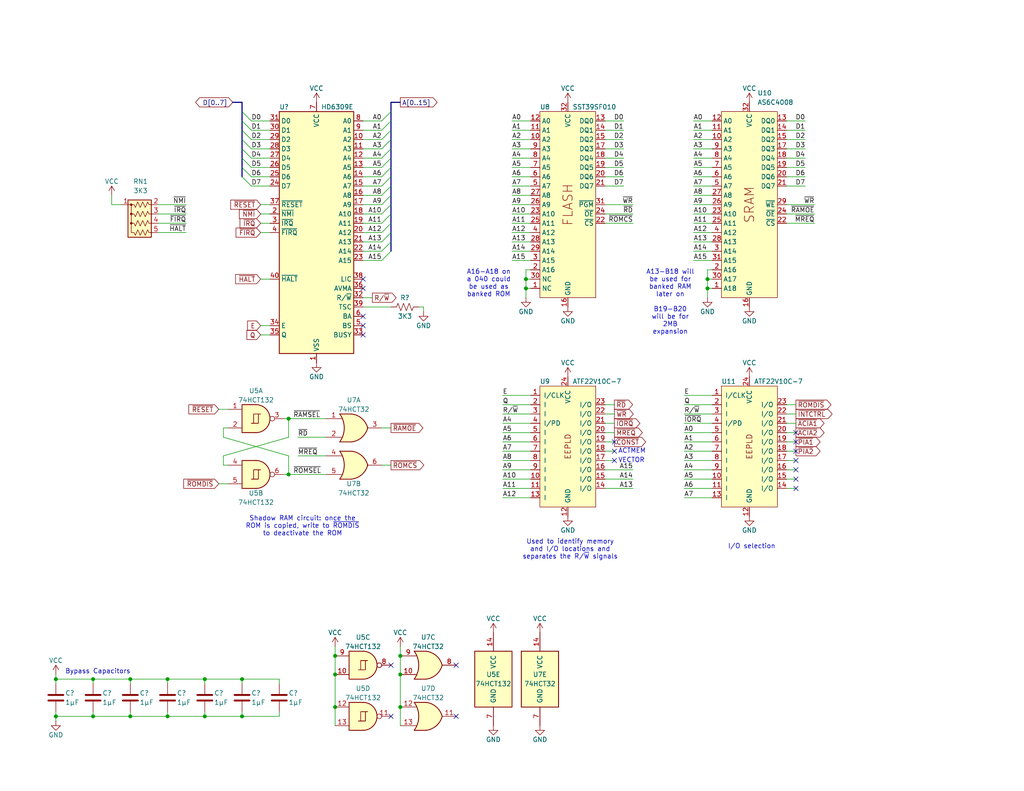
<source format=kicad_sch>
(kicad_sch (version 20230121) (generator eeschema)
  (paper "USLetter")
  (title_block (title "CPU, ROM and RAM") (date "2024-01-16") (rev "1.0") (company "Frédéric Segard") (comment 1 "MicroHobbyist") (comment 2 "microhobbyist.com"))
  (lib_symbols
    (symbol "0_Library:AS6C4008"
      (property "Reference" "U" (at -7.62 0.635 0))
      (property "Value" "AS6C4008" (at 1.27 0.635 0))
      (symbol "AS6C4008_0_0"
        (text "SRAM" (at 0 -25.4 900) (effects (font (size 2.54 2.54))))
        (pin power_in line (at 0 -53.34 90) (length 2.54) (name "GND") (number "16"))
        (pin power_in line (at 0 2.54 270) (length 2.54) (name "VCC") (number "32"))
      )
      (symbol "AS6C4008_1_1"
        (pin input line (at -10.16 -48.26 0) (length 2.54) (name "A18") (number "1"))
        (pin input line (at -10.16 -7.62 0) (length 2.54) (name "A2") (number "10"))
        (pin input line (at -10.16 -5.08 0) (length 2.54) (name "A1") (number "11"))
        (pin input line (at -10.16 -2.54 0) (length 2.54) (name "A0") (number "12"))
        (pin tri_state line (at 10.16 -2.54 180) (length 2.54) (name "DQ0") (number "13"))
        (pin tri_state line (at 10.16 -5.08 180) (length 2.54) (name "DQ1") (number "14"))
        (pin tri_state line (at 10.16 -7.62 180) (length 2.54) (name "DQ2") (number "15"))
        (pin tri_state line (at 10.16 -10.16 180) (length 2.54) (name "DQ3") (number "17"))
        (pin tri_state line (at 10.16 -12.7 180) (length 2.54) (name "DQ4") (number "18"))
        (pin tri_state line (at 10.16 -15.24 180) (length 2.54) (name "DQ5") (number "19"))
        (pin input line (at -10.16 -43.18 0) (length 2.54) (name "A16") (number "2"))
        (pin tri_state line (at 10.16 -17.78 180) (length 2.54) (name "DQ6") (number "20"))
        (pin tri_state line (at 10.16 -20.32 180) (length 2.54) (name "DQ7") (number "21"))
        (pin input line (at 10.16 -30.48 180) (length 2.54) (name "~{CS}") (number "22"))
        (pin input line (at -10.16 -27.94 0) (length 2.54) (name "A10") (number "23"))
        (pin input line (at 10.16 -27.94 180) (length 2.54) (name "~{OE}") (number "24"))
        (pin input line (at -10.16 -30.48 0) (length 2.54) (name "A11") (number "25"))
        (pin input line (at -10.16 -25.4 0) (length 2.54) (name "A9") (number "26"))
        (pin input line (at -10.16 -22.86 0) (length 2.54) (name "A8") (number "27"))
        (pin input line (at -10.16 -35.56 0) (length 2.54) (name "A13") (number "28"))
        (pin input line (at 10.16 -25.4 180) (length 2.54) (name "~{WE}") (number "29"))
        (pin input line (at -10.16 -38.1 0) (length 2.54) (name "A14") (number "3"))
        (pin input line (at -10.16 -45.72 0) (length 2.54) (name "A17") (number "30"))
        (pin input line (at -10.16 -40.64 0) (length 2.54) (name "A15") (number "31"))
        (pin input line (at -10.16 -33.02 0) (length 2.54) (name "A12") (number "4"))
        (pin input line (at -10.16 -20.32 0) (length 2.54) (name "A7") (number "5"))
        (pin input line (at -10.16 -17.78 0) (length 2.54) (name "A6") (number "6"))
        (pin input line (at -10.16 -15.24 0) (length 2.54) (name "A5") (number "7"))
        (pin input line (at -10.16 -12.7 0) (length 2.54) (name "A4") (number "8"))
        (pin input line (at -10.16 -10.16 0) (length 2.54) (name "A3") (number "9"))
      )
    )
    (symbol "0_Library:ATF22V10C" (pin_names (offset 1.016))
      (property "Reference" "U" (at -7.62 0 0))
      (property "Value" "ATF22V10C" (at 1.27 0 0))
      (symbol "ATF22V10C_0_0"
        (text "EEPLD" (at 0 -17.78 900) (effects (font (size 1.4986 1.4986))))
      )
      (symbol "ATF22V10C_1_1"
        (pin input line (at -10.16 -3.81 0) (length 2.54) (name "I/CLK") (number "1"))
        (pin input line (at -10.16 -26.67 0) (length 2.54) (name "I") (number "10"))
        (pin input line (at -10.16 -29.21 0) (length 2.54) (name "I") (number "11"))
        (pin power_in line (at 0 -36.83 90) (length 2.54) (name "GND") (number "12"))
        (pin input line (at -10.16 -31.75 0) (length 2.54) (name "I") (number "13"))
        (pin bidirectional line (at 10.16 -29.21 180) (length 2.54) (name "I/O") (number "14"))
        (pin bidirectional line (at 10.16 -26.67 180) (length 2.54) (name "I/O") (number "15"))
        (pin bidirectional line (at 10.16 -24.13 180) (length 2.54) (name "I/O") (number "16"))
        (pin bidirectional line (at 10.16 -21.59 180) (length 2.54) (name "I/O") (number "17"))
        (pin bidirectional line (at 10.16 -19.05 180) (length 2.54) (name "I/O") (number "18"))
        (pin bidirectional line (at 10.16 -16.51 180) (length 2.54) (name "I/O") (number "19"))
        (pin input line (at -10.16 -6.35 0) (length 2.54) (name "I") (number "2"))
        (pin bidirectional line (at 10.16 -13.97 180) (length 2.54) (name "I/O") (number "20"))
        (pin bidirectional line (at 10.16 -11.43 180) (length 2.54) (name "I/O") (number "21"))
        (pin bidirectional line (at 10.16 -8.89 180) (length 2.54) (name "I/O") (number "22"))
        (pin bidirectional line (at 10.16 -6.35 180) (length 2.54) (name "I/O") (number "23"))
        (pin power_in line (at 0 1.27 270) (length 2.54) (name "VCC") (number "24"))
        (pin input line (at -10.16 -8.89 0) (length 2.54) (name "I") (number "3"))
        (pin input line (at -10.16 -11.43 0) (length 2.54) (name "I/PD") (number "4"))
        (pin input line (at -10.16 -13.97 0) (length 2.54) (name "I") (number "5"))
        (pin input line (at -10.16 -16.51 0) (length 2.54) (name "I") (number "6"))
        (pin input line (at -10.16 -19.05 0) (length 2.54) (name "I") (number "7"))
        (pin input line (at -10.16 -21.59 0) (length 2.54) (name "I") (number "8"))
        (pin input line (at -10.16 -24.13 0) (length 2.54) (name "I") (number "9"))
      )
    )
    (symbol "0_Library:SST39SF010"
      (property "Reference" "U" (at -7.62 0 0))
      (property "Value" "SST39SF010" (at 1.27 0 0))
      (symbol "SST39SF010_0_0"
        (text "FLASH" (at 0 -25.4 900) (effects (font (size 2.54 2.54))))
        (pin power_in line (at 0 -53.34 90) (length 2.54) (name "GND") (number "16"))
        (pin power_in line (at 0 2.54 270) (length 2.54) (name "VCC") (number "32"))
      )
      (symbol "SST39SF010_1_1"
        (pin input line (at -10.16 -48.26 0) (length 2.54) (name "NC") (number "1"))
        (pin input line (at -10.16 -7.62 0) (length 2.54) (name "A2") (number "10"))
        (pin input line (at -10.16 -5.08 0) (length 2.54) (name "A1") (number "11"))
        (pin input line (at -10.16 -2.54 0) (length 2.54) (name "A0") (number "12"))
        (pin tri_state line (at 10.16 -2.54 180) (length 2.54) (name "DQ0") (number "13"))
        (pin tri_state line (at 10.16 -5.08 180) (length 2.54) (name "DQ1") (number "14"))
        (pin tri_state line (at 10.16 -7.62 180) (length 2.54) (name "DQ2") (number "15"))
        (pin tri_state line (at 10.16 -10.16 180) (length 2.54) (name "DQ3") (number "17"))
        (pin tri_state line (at 10.16 -12.7 180) (length 2.54) (name "DQ4") (number "18"))
        (pin tri_state line (at 10.16 -15.24 180) (length 2.54) (name "DQ5") (number "19"))
        (pin input line (at -10.16 -43.18 0) (length 2.54) (name "A16") (number "2"))
        (pin tri_state line (at 10.16 -17.78 180) (length 2.54) (name "DQ6") (number "20"))
        (pin tri_state line (at 10.16 -20.32 180) (length 2.54) (name "DQ7") (number "21"))
        (pin input line (at 10.16 -30.48 180) (length 2.54) (name "~{CS}") (number "22"))
        (pin input line (at -10.16 -27.94 0) (length 2.54) (name "A10") (number "23"))
        (pin input line (at 10.16 -27.94 180) (length 2.54) (name "~{OE}") (number "24"))
        (pin input line (at -10.16 -30.48 0) (length 2.54) (name "A11") (number "25"))
        (pin input line (at -10.16 -25.4 0) (length 2.54) (name "A9") (number "26"))
        (pin input line (at -10.16 -22.86 0) (length 2.54) (name "A8") (number "27"))
        (pin input line (at -10.16 -35.56 0) (length 2.54) (name "A13") (number "28"))
        (pin input line (at -10.16 -38.1 0) (length 2.54) (name "A14") (number "29"))
        (pin input line (at -10.16 -40.64 0) (length 2.54) (name "A15") (number "3"))
        (pin input line (at -10.16 -45.72 0) (length 2.54) (name "NC") (number "30"))
        (pin input line (at 10.16 -25.4 180) (length 2.54) (name "~{PGM}") (number "31"))
        (pin input line (at -10.16 -33.02 0) (length 2.54) (name "A12") (number "4"))
        (pin input line (at -10.16 -20.32 0) (length 2.54) (name "A7") (number "5"))
        (pin input line (at -10.16 -17.78 0) (length 2.54) (name "A6") (number "6"))
        (pin input line (at -10.16 -15.24 0) (length 2.54) (name "A5") (number "7"))
        (pin input line (at -10.16 -12.7 0) (length 2.54) (name "A4") (number "8"))
        (pin input line (at -10.16 -10.16 0) (length 2.54) (name "A3") (number "9"))
      )
    )
    (symbol "74xx:74LS132" (pin_names (offset 1.016))
      (property "Reference" "U" (at 0 1.27 0))
      (property "Value" "74LS132" (at 0 -1.27 0))
      (symbol "74LS132_1_1"
        (pin input line (at -7.62 2.54 0) (length 3.81) (name "~") (number "1"))
        (pin input line (at -7.62 -2.54 0) (length 3.81) (name "~") (number "2"))
        (pin output inverted (at 7.62 0 180) (length 3.81) (name "~") (number "3"))
      )
      (symbol "74LS132_1_2"
        (pin input inverted (at -7.62 2.54 0) (length 4.318) (name "~") (number "1"))
        (pin input inverted (at -7.62 -2.54 0) (length 4.318) (name "~") (number "2"))
        (pin output line (at 7.62 0 180) (length 3.81) (name "~") (number "3"))
      )
      (symbol "74LS132_2_1"
        (pin input line (at -7.62 2.54 0) (length 3.81) (name "~") (number "4"))
        (pin input line (at -7.62 -2.54 0) (length 3.81) (name "~") (number "5"))
        (pin output inverted (at 7.62 0 180) (length 3.81) (name "~") (number "6"))
      )
      (symbol "74LS132_2_2"
        (pin input inverted (at -7.62 2.54 0) (length 4.318) (name "~") (number "4"))
        (pin input inverted (at -7.62 -2.54 0) (length 4.318) (name "~") (number "5"))
        (pin output line (at 7.62 0 180) (length 3.81) (name "~") (number "6"))
      )
      (symbol "74LS132_3_1"
        (pin input line (at -7.62 -2.54 0) (length 3.81) (name "~") (number "10"))
        (pin output inverted (at 7.62 0 180) (length 3.81) (name "~") (number "8"))
        (pin input line (at -7.62 2.54 0) (length 3.81) (name "~") (number "9"))
      )
      (symbol "74LS132_3_2"
        (pin input inverted (at -7.62 -2.54 0) (length 4.318) (name "~") (number "10"))
        (pin output line (at 7.62 0 180) (length 3.81) (name "~") (number "8"))
        (pin input inverted (at -7.62 2.54 0) (length 4.318) (name "~") (number "9"))
      )
      (symbol "74LS132_4_1"
        (pin output inverted (at 7.62 0 180) (length 3.81) (name "~") (number "11"))
        (pin input line (at -7.62 2.54 0) (length 3.81) (name "~") (number "12"))
        (pin input line (at -7.62 -2.54 0) (length 3.81) (name "~") (number "13"))
      )
      (symbol "74LS132_4_2"
        (pin output line (at 7.62 0 180) (length 3.81) (name "~") (number "11"))
        (pin input inverted (at -7.62 2.54 0) (length 4.318) (name "~") (number "12"))
        (pin input inverted (at -7.62 -2.54 0) (length 4.318) (name "~") (number "13"))
      )
      (symbol "74LS132_5_0"
        (pin power_in line (at 0 12.7 270) (length 5.08) (name "VCC") (number "14"))
        (pin power_in line (at 0 -12.7 90) (length 5.08) (name "GND") (number "7"))
      )
    )
    (symbol "74xx:74LS32" (pin_names (offset 1.016))
      (property "Reference" "U" (at 0 1.27 0))
      (property "Value" "74LS32" (at 0 -1.27 0))
      (symbol "74LS32_1_1"
        (pin input line (at -7.62 2.54 0) (length 4.318) (name "~") (number "1"))
        (pin input line (at -7.62 -2.54 0) (length 4.318) (name "~") (number "2"))
        (pin output line (at 7.62 0 180) (length 3.81) (name "~") (number "3"))
      )
      (symbol "74LS32_1_2"
        (pin input inverted (at -7.62 2.54 0) (length 3.81) (name "~") (number "1"))
        (pin input inverted (at -7.62 -2.54 0) (length 3.81) (name "~") (number "2"))
        (pin output inverted (at 7.62 0 180) (length 3.81) (name "~") (number "3"))
      )
      (symbol "74LS32_2_1"
        (pin input line (at -7.62 2.54 0) (length 4.318) (name "~") (number "4"))
        (pin input line (at -7.62 -2.54 0) (length 4.318) (name "~") (number "5"))
        (pin output line (at 7.62 0 180) (length 3.81) (name "~") (number "6"))
      )
      (symbol "74LS32_2_2"
        (pin input inverted (at -7.62 2.54 0) (length 3.81) (name "~") (number "4"))
        (pin input inverted (at -7.62 -2.54 0) (length 3.81) (name "~") (number "5"))
        (pin output inverted (at 7.62 0 180) (length 3.81) (name "~") (number "6"))
      )
      (symbol "74LS32_3_1"
        (pin input line (at -7.62 -2.54 0) (length 4.318) (name "~") (number "10"))
        (pin output line (at 7.62 0 180) (length 3.81) (name "~") (number "8"))
        (pin input line (at -7.62 2.54 0) (length 4.318) (name "~") (number "9"))
      )
      (symbol "74LS32_3_2"
        (pin input inverted (at -7.62 -2.54 0) (length 3.81) (name "~") (number "10"))
        (pin output inverted (at 7.62 0 180) (length 3.81) (name "~") (number "8"))
        (pin input inverted (at -7.62 2.54 0) (length 3.81) (name "~") (number "9"))
      )
      (symbol "74LS32_4_1"
        (pin output line (at 7.62 0 180) (length 3.81) (name "~") (number "11"))
        (pin input line (at -7.62 2.54 0) (length 4.318) (name "~") (number "12"))
        (pin input line (at -7.62 -2.54 0) (length 4.318) (name "~") (number "13"))
      )
      (symbol "74LS32_4_2"
        (pin output inverted (at 7.62 0 180) (length 3.81) (name "~") (number "11"))
        (pin input inverted (at -7.62 2.54 0) (length 3.81) (name "~") (number "12"))
        (pin input inverted (at -7.62 -2.54 0) (length 3.81) (name "~") (number "13"))
      )
      (symbol "74LS32_5_0"
        (pin power_in line (at 0 12.7 270) (length 5.08) (name "VCC") (number "14"))
        (pin power_in line (at 0 -12.7 90) (length 5.08) (name "GND") (number "7"))
      )
    )
    (symbol "CPU_NXP_6800:MC6809E"
      (property "Reference" "U" (at -7.62 34.544 0))
      (property "Value" "MC6809E" (at 10.16 34.544 0))
      (symbol "MC6809E_1_1"
        (pin power_in line (at 0 -35.56 90) (length 2.54) (name "VSS") (number "1"))
        (pin output line (at 12.7 25.4 180) (length 2.54) (name "A2") (number "10"))
        (pin output line (at 12.7 22.86 180) (length 2.54) (name "A3") (number "11"))
        (pin output line (at 12.7 20.32 180) (length 2.54) (name "A4") (number "12"))
        (pin output line (at 12.7 17.78 180) (length 2.54) (name "A5") (number "13"))
        (pin output line (at 12.7 15.24 180) (length 2.54) (name "A6") (number "14"))
        (pin output line (at 12.7 12.7 180) (length 2.54) (name "A7") (number "15"))
        (pin output line (at 12.7 10.16 180) (length 2.54) (name "A8") (number "16"))
        (pin output line (at 12.7 7.62 180) (length 2.54) (name "A9") (number "17"))
        (pin output line (at 12.7 5.08 180) (length 2.54) (name "A10") (number "18"))
        (pin output line (at 12.7 2.54 180) (length 2.54) (name "A11") (number "19"))
        (pin input line (at -12.7 5.08 0) (length 2.54) (name "~{NMI}") (number "2"))
        (pin output line (at 12.7 0 180) (length 2.54) (name "A12") (number "20"))
        (pin output line (at 12.7 -2.54 180) (length 2.54) (name "A13") (number "21"))
        (pin output line (at 12.7 -5.08 180) (length 2.54) (name "A14") (number "22"))
        (pin output line (at 12.7 -7.62 180) (length 2.54) (name "A15") (number "23"))
        (pin bidirectional line (at -12.7 12.7 0) (length 2.54) (name "D7") (number "24"))
        (pin bidirectional line (at -12.7 15.24 0) (length 2.54) (name "D6") (number "25"))
        (pin bidirectional line (at -12.7 17.78 0) (length 2.54) (name "D5") (number "26"))
        (pin bidirectional line (at -12.7 20.32 0) (length 2.54) (name "D4") (number "27"))
        (pin bidirectional line (at -12.7 22.86 0) (length 2.54) (name "D3") (number "28"))
        (pin bidirectional line (at -12.7 25.4 0) (length 2.54) (name "D2") (number "29"))
        (pin input line (at -12.7 2.54 0) (length 2.54) (name "~{IRQ}") (number "3"))
        (pin bidirectional line (at -12.7 27.94 0) (length 2.54) (name "D1") (number "30"))
        (pin bidirectional line (at -12.7 30.48 0) (length 2.54) (name "D0") (number "31"))
        (pin output line (at 12.7 -17.78 180) (length 2.54) (name "R/~{W}") (number "32"))
        (pin output line (at 12.7 -27.94 180) (length 2.54) (name "BUSY") (number "33"))
        (pin input line (at -12.7 -25.4 0) (length 2.54) (name "E") (number "34"))
        (pin input line (at -12.7 -27.94 0) (length 2.54) (name "Q") (number "35"))
        (pin output line (at 12.7 -15.24 180) (length 2.54) (name "AVMA") (number "36"))
        (pin input line (at -12.7 7.62 0) (length 2.54) (name "~{RESET}") (number "37"))
        (pin output line (at 12.7 -12.7 180) (length 2.54) (name "LIC") (number "38"))
        (pin output line (at 12.7 -20.32 180) (length 2.54) (name "TSC") (number "39"))
        (pin input line (at -12.7 0 0) (length 2.54) (name "~{FIRQ}") (number "4"))
        (pin input line (at -12.7 -12.7 0) (length 2.54) (name "~{HALT}") (number "40"))
        (pin output line (at 12.7 -25.4 180) (length 2.54) (name "BS") (number "5"))
        (pin output line (at 12.7 -22.86 180) (length 2.54) (name "BA") (number "6"))
        (pin power_in line (at 0 35.56 270) (length 2.54) (name "VCC") (number "7"))
        (pin output line (at 12.7 30.48 180) (length 2.54) (name "A0") (number "8"))
        (pin output line (at 12.7 27.94 180) (length 2.54) (name "A1") (number "9"))
      )
    )
    (symbol "Device:C" (pin_numbers hide) (pin_names (offset 0.254))
      (property "Reference" "C" (at 0.635 2.54 0))
      (property "Value" "C" (at 0.635 -2.54 0))
      (symbol "C_1_1"
        (pin passive line (at 0 3.81 270) (length 2.794) (name "~") (number "1"))
        (pin passive line (at 0 -3.81 90) (length 2.794) (name "~") (number "2"))
      )
    )
    (symbol "Device:R_Network04_US" (pin_names (offset 0) hide)
      (property "Reference" "RN" (at -7.62 0 90))
      (property "Value" "R_Network04_US" (at 5.08 0 90))
      (symbol "R_Network04_US_1_1"
        (pin passive line (at -5.08 5.08 270) (length 2.54) (name "common") (number "1"))
        (pin passive line (at -5.08 -5.08 90) (length 1.27) (name "R1") (number "2"))
        (pin passive line (at -2.54 -5.08 90) (length 1.27) (name "R2") (number "3"))
        (pin passive line (at 0 -5.08 90) (length 1.27) (name "R3") (number "4"))
        (pin passive line (at 2.54 -5.08 90) (length 1.27) (name "R4") (number "5"))
      )
    )
    (symbol "Device:R_US" (pin_numbers hide) (pin_names (offset 0))
      (property "Reference" "R" (at 2.54 0 90))
      (property "Value" "R_US" (at -2.54 0 90))
      (symbol "R_US_1_1"
        (pin passive line (at 0 3.81 270) (length 1.27) (name "~") (number "1"))
        (pin passive line (at 0 -3.81 90) (length 1.27) (name "~") (number "2"))
      )
    )
    (symbol "power:GND" (power) (pin_names (offset 0))
      (property "Value" "GND" (at 0 -3.81 0))
      (symbol "GND_1_1"
        (pin power_in line (at 0 0 270) (length 0) hide (name "GND") (number "1"))
      )
    )
    (symbol "power:VCC" (power) (pin_names (offset 0))
      (property "Value" "VCC" (at 0 3.81 0))
      (symbol "VCC_1_1"
        (pin power_in line (at 0 0 90) (length 0) hide (name "VCC") (number "1"))
      )
    )
  )
  (junction (at 143.51 78.74))
  (junction (at 15.24 195.58))
  (junction (at 25.4 195.58))
  (junction (at 109.22 179.07))
  (junction (at 78.74 114.3))
  (junction (at 193.04 76.2))
  (junction (at 78.74 129.54))
  (junction (at 91.44 179.07))
  (junction (at 45.72 195.58))
  (junction (at 193.04 78.74))
  (junction (at 25.4 185.42))
  (junction (at 143.51 76.2))
  (junction (at 35.56 195.58))
  (junction (at 91.44 193.04))
  (junction (at 55.88 185.42))
  (junction (at 45.72 185.42))
  (junction (at 66.04 195.58))
  (junction (at 66.04 185.42))
  (junction (at 15.24 185.42))
  (junction (at 91.44 184.15))
  (junction (at 35.56 185.42))
  (junction (at 109.22 184.15))
  (junction (at 109.22 193.04))
  (junction (at 55.88 195.58))
  (no_connect (at 167.64 125.73))
  (no_connect (at 124.46 195.58))
  (no_connect (at 167.64 123.19))
  (no_connect (at 99.06 88.9))
  (no_connect (at 99.06 86.36))
  (no_connect (at 217.17 120.65))
  (no_connect (at 217.17 123.19))
  (no_connect (at 99.06 76.2))
  (no_connect (at 106.68 181.61))
  (no_connect (at 217.17 125.73))
  (no_connect (at 99.06 78.74))
  (no_connect (at 167.64 120.65))
  (no_connect (at 124.46 181.61))
  (no_connect (at 99.06 91.44))
  (no_connect (at 217.17 133.35))
  (no_connect (at 106.68 195.58))
  (no_connect (at 217.17 118.11))
  (no_connect (at 217.17 130.81))
  (no_connect (at 217.17 128.27))
  (bus_entry (at 106.68 40.64) (size -2.54 2.54))
  (bus_entry (at 106.68 55.88) (size -2.54 2.54))
  (bus_entry (at 66.04 35.56) (size 2.54 2.54))
  (bus_entry (at 106.68 68.58) (size -2.54 2.54))
  (bus_entry (at 66.04 43.18) (size 2.54 2.54))
  (bus_entry (at 106.68 43.18) (size -2.54 2.54))
  (bus_entry (at 106.68 45.72) (size -2.54 2.54))
  (bus_entry (at 106.68 38.1) (size -2.54 2.54))
  (bus_entry (at 66.04 30.48) (size 2.54 2.54))
  (bus_entry (at 106.68 58.42) (size -2.54 2.54))
  (bus_entry (at 106.68 33.02) (size -2.54 2.54))
  (bus_entry (at 106.68 53.34) (size -2.54 2.54))
  (bus_entry (at 106.68 60.96) (size -2.54 2.54))
  (bus_entry (at 106.68 30.48) (size -2.54 2.54))
  (bus_entry (at 66.04 38.1) (size 2.54 2.54))
  (bus_entry (at 106.68 63.5) (size -2.54 2.54))
  (bus_entry (at 66.04 40.64) (size 2.54 2.54))
  (bus_entry (at 106.68 48.26) (size -2.54 2.54))
  (bus_entry (at 66.04 48.26) (size 2.54 2.54))
  (bus_entry (at 106.68 66.04) (size -2.54 2.54))
  (bus_entry (at 66.04 33.02) (size 2.54 2.54))
  (bus_entry (at 106.68 35.56) (size -2.54 2.54))
  (bus_entry (at 106.68 50.8) (size -2.54 2.54))
  (bus_entry (at 66.04 45.72) (size 2.54 2.54))
  (wire (pts (xy 219.71 50.8) (xy 214.63 50.8)))
  (wire (pts (xy 186.69 113.03) (xy 194.31 113.03)))
  (wire (pts (xy 194.31 40.64) (xy 189.23 40.64)))
  (wire (pts (xy 137.16 113.03) (xy 144.78 113.03)))
  (wire (pts (xy 78.74 114.3) (xy 78.74 119.38)))
  (wire (pts (xy 194.31 50.8) (xy 189.23 50.8)))
  (wire (pts (xy 60.96 116.84) (xy 60.96 119.38)))
  (wire (pts (xy 214.63 55.88) (xy 222.25 55.88)))
  (wire (pts (xy 219.71 45.72) (xy 214.63 45.72)))
  (bus (pts (xy 106.68 48.26) (xy 106.68 45.72)))
  (wire (pts (xy 68.58 33.02) (xy 73.66 33.02)))
  (wire (pts (xy 91.44 179.07) (xy 91.44 184.15)))
  (wire (pts (xy 193.04 78.74) (xy 194.31 78.74)))
  (wire (pts (xy 106.68 83.82) (xy 99.06 83.82)))
  (wire (pts (xy 68.58 48.26) (xy 73.66 48.26)))
  (wire (pts (xy 115.57 83.82) (xy 114.3 83.82)))
  (wire (pts (xy 143.51 78.74) (xy 144.78 78.74)))
  (wire (pts (xy 55.88 194.31) (xy 55.88 195.58)))
  (wire (pts (xy 78.74 124.46) (xy 78.74 129.54)))
  (wire (pts (xy 144.78 45.72) (xy 139.7 45.72)))
  (wire (pts (xy 60.96 124.46) (xy 60.96 127)))
  (wire (pts (xy 214.63 60.96) (xy 222.25 60.96)))
  (wire (pts (xy 43.18 58.42) (xy 50.8 58.42)))
  (wire (pts (xy 43.18 55.88) (xy 50.8 55.88)))
  (wire (pts (xy 68.58 50.8) (xy 73.66 50.8)))
  (wire (pts (xy 214.63 118.11) (xy 217.17 118.11)))
  (wire (pts (xy 170.18 38.1) (xy 165.1 38.1)))
  (wire (pts (xy 99.06 58.42) (xy 104.14 58.42)))
  (wire (pts (xy 91.44 193.04) (xy 91.44 198.12)))
  (wire (pts (xy 71.12 76.2) (xy 73.66 76.2)))
  (wire (pts (xy 143.51 76.2) (xy 144.78 76.2)))
  (wire (pts (xy 219.71 33.02) (xy 214.63 33.02)))
  (wire (pts (xy 99.06 35.56) (xy 104.14 35.56)))
  (wire (pts (xy 99.06 81.28) (xy 101.6 81.28)))
  (wire (pts (xy 43.18 60.96) (xy 50.8 60.96)))
  (wire (pts (xy 99.06 63.5) (xy 104.14 63.5)))
  (wire (pts (xy 99.06 45.72) (xy 104.14 45.72)))
  (wire (pts (xy 165.1 130.81) (xy 172.72 130.81)))
  (wire (pts (xy 165.1 113.03) (xy 167.64 113.03)))
  (wire (pts (xy 109.22 193.04) (xy 109.22 198.12)))
  (wire (pts (xy 99.06 68.58) (xy 104.14 68.58)))
  (wire (pts (xy 214.63 128.27) (xy 217.17 128.27)))
  (wire (pts (xy 99.06 53.34) (xy 104.14 53.34)))
  (wire (pts (xy 59.69 132.08) (xy 62.23 132.08)))
  (bus (pts (xy 66.04 30.48) (xy 66.04 27.94)))
  (wire (pts (xy 189.23 71.12) (xy 194.31 71.12)))
  (wire (pts (xy 144.78 55.88) (xy 139.7 55.88)))
  (wire (pts (xy 193.04 76.2) (xy 193.04 78.74)))
  (wire (pts (xy 15.24 195.58) (xy 25.4 195.58)))
  (bus (pts (xy 106.68 43.18) (xy 106.68 40.64)))
  (wire (pts (xy 99.06 38.1) (xy 104.14 38.1)))
  (bus (pts (xy 63.5 27.94) (xy 66.04 27.94)))
  (wire (pts (xy 186.69 130.81) (xy 194.31 130.81)))
  (wire (pts (xy 71.12 91.44) (xy 73.66 91.44)))
  (wire (pts (xy 137.16 130.81) (xy 144.78 130.81)))
  (wire (pts (xy 144.78 50.8) (xy 139.7 50.8)))
  (bus (pts (xy 106.68 50.8) (xy 106.68 48.26)))
  (bus (pts (xy 106.68 63.5) (xy 106.68 60.96)))
  (wire (pts (xy 170.18 45.72) (xy 165.1 45.72)))
  (wire (pts (xy 143.51 78.74) (xy 143.51 81.28)))
  (wire (pts (xy 137.16 110.49) (xy 144.78 110.49)))
  (wire (pts (xy 99.06 66.04) (xy 104.14 66.04)))
  (bus (pts (xy 106.68 60.96) (xy 106.68 58.42)))
  (wire (pts (xy 55.88 185.42) (xy 55.88 186.69)))
  (wire (pts (xy 66.04 194.31) (xy 66.04 195.58)))
  (wire (pts (xy 109.22 176.53) (xy 109.22 179.07)))
  (wire (pts (xy 77.47 129.54) (xy 78.74 129.54)))
  (wire (pts (xy 35.56 185.42) (xy 45.72 185.42)))
  (bus (pts (xy 106.68 66.04) (xy 106.68 63.5)))
  (wire (pts (xy 91.44 184.15) (xy 91.44 193.04)))
  (wire (pts (xy 214.63 133.35) (xy 217.17 133.35)))
  (wire (pts (xy 144.78 35.56) (xy 139.7 35.56)))
  (wire (pts (xy 194.31 55.88) (xy 189.23 55.88)))
  (wire (pts (xy 144.78 58.42) (xy 139.7 58.42)))
  (wire (pts (xy 137.16 107.95) (xy 144.78 107.95)))
  (wire (pts (xy 194.31 60.96) (xy 189.23 60.96)))
  (wire (pts (xy 15.24 195.58) (xy 15.24 196.85)))
  (wire (pts (xy 144.78 33.02) (xy 139.7 33.02)))
  (wire (pts (xy 68.58 35.56) (xy 73.66 35.56)))
  (wire (pts (xy 186.69 120.65) (xy 194.31 120.65)))
  (wire (pts (xy 193.04 78.74) (xy 193.04 81.28)))
  (wire (pts (xy 194.31 33.02) (xy 189.23 33.02)))
  (wire (pts (xy 186.69 125.73) (xy 194.31 125.73)))
  (wire (pts (xy 219.71 43.18) (xy 214.63 43.18)))
  (wire (pts (xy 186.69 107.95) (xy 194.31 107.95)))
  (bus (pts (xy 106.68 33.02) (xy 106.68 30.48)))
  (wire (pts (xy 214.63 120.65) (xy 217.17 120.65)))
  (wire (pts (xy 68.58 45.72) (xy 73.66 45.72)))
  (wire (pts (xy 194.31 66.04) (xy 189.23 66.04)))
  (bus (pts (xy 66.04 48.26) (xy 66.04 45.72)))
  (wire (pts (xy 104.14 127) (xy 106.68 127)))
  (wire (pts (xy 186.69 110.49) (xy 194.31 110.49)))
  (wire (pts (xy 194.31 73.66) (xy 193.04 73.66)))
  (wire (pts (xy 143.51 76.2) (xy 143.51 78.74)))
  (wire (pts (xy 165.1 120.65) (xy 167.64 120.65)))
  (wire (pts (xy 55.88 195.58) (xy 66.04 195.58)))
  (wire (pts (xy 144.78 53.34) (xy 139.7 53.34)))
  (wire (pts (xy 193.04 76.2) (xy 194.31 76.2)))
  (wire (pts (xy 109.22 184.15) (xy 109.22 193.04)))
  (wire (pts (xy 170.18 50.8) (xy 165.1 50.8)))
  (wire (pts (xy 45.72 194.31) (xy 45.72 195.58)))
  (wire (pts (xy 194.31 35.56) (xy 189.23 35.56)))
  (wire (pts (xy 137.16 125.73) (xy 144.78 125.73)))
  (wire (pts (xy 194.31 38.1) (xy 189.23 38.1)))
  (wire (pts (xy 186.69 128.27) (xy 194.31 128.27)))
  (wire (pts (xy 219.71 40.64) (xy 214.63 40.64)))
  (wire (pts (xy 71.12 55.88) (xy 73.66 55.88)))
  (wire (pts (xy 104.14 116.84) (xy 106.68 116.84)))
  (wire (pts (xy 35.56 194.31) (xy 35.56 195.58)))
  (wire (pts (xy 144.78 68.58) (xy 139.7 68.58)))
  (wire (pts (xy 81.28 119.38) (xy 88.9 119.38)))
  (wire (pts (xy 186.69 115.57) (xy 194.31 115.57)))
  (wire (pts (xy 214.63 115.57) (xy 217.17 115.57)))
  (wire (pts (xy 214.63 123.19) (xy 217.17 123.19)))
  (wire (pts (xy 78.74 119.38) (xy 60.96 124.46)))
  (wire (pts (xy 165.1 55.88) (xy 172.72 55.88)))
  (wire (pts (xy 35.56 195.58) (xy 45.72 195.58)))
  (wire (pts (xy 144.78 48.26) (xy 139.7 48.26)))
  (bus (pts (xy 66.04 45.72) (xy 66.04 43.18)))
  (wire (pts (xy 165.1 125.73) (xy 167.64 125.73)))
  (wire (pts (xy 170.18 33.02) (xy 165.1 33.02)))
  (wire (pts (xy 55.88 185.42) (xy 66.04 185.42)))
  (wire (pts (xy 59.69 111.76) (xy 62.23 111.76)))
  (wire (pts (xy 115.57 85.09) (xy 115.57 83.82)))
  (bus (pts (xy 106.68 40.64) (xy 106.68 38.1)))
  (wire (pts (xy 137.16 128.27) (xy 144.78 128.27)))
  (bus (pts (xy 106.68 27.94) (xy 109.22 27.94)))
  (wire (pts (xy 194.31 48.26) (xy 189.23 48.26)))
  (wire (pts (xy 144.78 66.04) (xy 139.7 66.04)))
  (wire (pts (xy 165.1 128.27) (xy 172.72 128.27)))
  (wire (pts (xy 68.58 43.18) (xy 73.66 43.18)))
  (wire (pts (xy 71.12 88.9) (xy 73.66 88.9)))
  (wire (pts (xy 144.78 43.18) (xy 139.7 43.18)))
  (wire (pts (xy 25.4 194.31) (xy 25.4 195.58)))
  (wire (pts (xy 194.31 68.58) (xy 189.23 68.58)))
  (wire (pts (xy 99.06 71.12) (xy 104.14 71.12)))
  (wire (pts (xy 165.1 115.57) (xy 167.64 115.57)))
  (wire (pts (xy 71.12 63.5) (xy 73.66 63.5)))
  (wire (pts (xy 186.69 135.89) (xy 194.31 135.89)))
  (bus (pts (xy 66.04 43.18) (xy 66.04 40.64)))
  (wire (pts (xy 45.72 185.42) (xy 45.72 186.69)))
  (wire (pts (xy 66.04 195.58) (xy 76.2 195.58)))
  (wire (pts (xy 15.24 184.15) (xy 15.24 185.42)))
  (wire (pts (xy 165.1 110.49) (xy 167.64 110.49)))
  (wire (pts (xy 66.04 185.42) (xy 76.2 185.42)))
  (wire (pts (xy 186.69 123.19) (xy 194.31 123.19)))
  (wire (pts (xy 137.16 123.19) (xy 144.78 123.19)))
  (wire (pts (xy 99.06 50.8) (xy 104.14 50.8)))
  (bus (pts (xy 106.68 35.56) (xy 106.68 33.02)))
  (wire (pts (xy 172.72 133.35) (xy 165.1 133.35)))
  (wire (pts (xy 170.18 40.64) (xy 165.1 40.64)))
  (wire (pts (xy 77.47 114.3) (xy 78.74 114.3)))
  (wire (pts (xy 143.51 73.66) (xy 144.78 73.66)))
  (wire (pts (xy 194.31 58.42) (xy 189.23 58.42)))
  (wire (pts (xy 60.96 119.38) (xy 78.74 124.46)))
  (wire (pts (xy 139.7 71.12) (xy 144.78 71.12)))
  (wire (pts (xy 76.2 194.31) (xy 76.2 195.58)))
  (wire (pts (xy 214.63 110.49) (xy 217.17 110.49)))
  (bus (pts (xy 106.68 68.58) (xy 106.68 66.04)))
  (wire (pts (xy 144.78 38.1) (xy 139.7 38.1)))
  (wire (pts (xy 165.1 123.19) (xy 167.64 123.19)))
  (wire (pts (xy 62.23 116.84) (xy 60.96 116.84)))
  (wire (pts (xy 143.51 73.66) (xy 143.51 76.2)))
  (wire (pts (xy 165.1 60.96) (xy 172.72 60.96)))
  (wire (pts (xy 68.58 38.1) (xy 73.66 38.1)))
  (bus (pts (xy 106.68 53.34) (xy 106.68 50.8)))
  (wire (pts (xy 25.4 185.42) (xy 25.4 186.69)))
  (wire (pts (xy 186.69 133.35) (xy 194.31 133.35)))
  (bus (pts (xy 66.04 38.1) (xy 66.04 35.56)))
  (bus (pts (xy 66.04 35.56) (xy 66.04 33.02)))
  (wire (pts (xy 99.06 33.02) (xy 104.14 33.02)))
  (wire (pts (xy 91.44 176.53) (xy 91.44 179.07)))
  (wire (pts (xy 137.16 118.11) (xy 144.78 118.11)))
  (wire (pts (xy 30.48 53.34) (xy 30.48 55.88)))
  (wire (pts (xy 194.31 43.18) (xy 189.23 43.18)))
  (wire (pts (xy 43.18 63.5) (xy 50.8 63.5)))
  (wire (pts (xy 137.16 135.89) (xy 144.78 135.89)))
  (wire (pts (xy 194.31 63.5) (xy 189.23 63.5)))
  (wire (pts (xy 78.74 129.54) (xy 88.9 129.54)))
  (wire (pts (xy 219.71 38.1) (xy 214.63 38.1)))
  (wire (pts (xy 137.16 115.57) (xy 144.78 115.57)))
  (wire (pts (xy 45.72 185.42) (xy 55.88 185.42)))
  (wire (pts (xy 170.18 48.26) (xy 165.1 48.26)))
  (wire (pts (xy 219.71 48.26) (xy 214.63 48.26)))
  (wire (pts (xy 99.06 48.26) (xy 104.14 48.26)))
  (wire (pts (xy 144.78 40.64) (xy 139.7 40.64)))
  (wire (pts (xy 71.12 60.96) (xy 73.66 60.96)))
  (bus (pts (xy 106.68 30.48) (xy 106.68 27.94)))
  (wire (pts (xy 60.96 127) (xy 62.23 127)))
  (wire (pts (xy 170.18 43.18) (xy 165.1 43.18)))
  (wire (pts (xy 15.24 194.31) (xy 15.24 195.58)))
  (wire (pts (xy 68.58 40.64) (xy 73.66 40.64)))
  (wire (pts (xy 193.04 73.66) (xy 193.04 76.2)))
  (wire (pts (xy 76.2 185.42) (xy 76.2 186.69)))
  (wire (pts (xy 15.24 185.42) (xy 15.24 186.69)))
  (wire (pts (xy 144.78 63.5) (xy 139.7 63.5)))
  (wire (pts (xy 186.69 118.11) (xy 194.31 118.11)))
  (wire (pts (xy 194.31 53.34) (xy 189.23 53.34)))
  (wire (pts (xy 99.06 40.64) (xy 104.14 40.64)))
  (wire (pts (xy 170.18 35.56) (xy 165.1 35.56)))
  (wire (pts (xy 194.31 45.72) (xy 189.23 45.72)))
  (wire (pts (xy 214.63 58.42) (xy 222.25 58.42)))
  (bus (pts (xy 66.04 33.02) (xy 66.04 30.48)))
  (wire (pts (xy 25.4 185.42) (xy 35.56 185.42)))
  (wire (pts (xy 71.12 58.42) (xy 73.66 58.42)))
  (bus (pts (xy 106.68 38.1) (xy 106.68 35.56)))
  (wire (pts (xy 165.1 118.11) (xy 167.64 118.11)))
  (bus (pts (xy 106.68 45.72) (xy 106.68 43.18)))
  (wire (pts (xy 137.16 133.35) (xy 144.78 133.35)))
  (wire (pts (xy 99.06 43.18) (xy 104.14 43.18)))
  (wire (pts (xy 109.22 179.07) (xy 109.22 184.15)))
  (wire (pts (xy 137.16 120.65) (xy 144.78 120.65)))
  (bus (pts (xy 106.68 58.42) (xy 106.68 55.88)))
  (wire (pts (xy 81.28 124.46) (xy 88.9 124.46)))
  (wire (pts (xy 25.4 195.58) (xy 35.56 195.58)))
  (wire (pts (xy 144.78 60.96) (xy 139.7 60.96)))
  (bus (pts (xy 106.68 55.88) (xy 106.68 53.34)))
  (wire (pts (xy 99.06 60.96) (xy 104.14 60.96)))
  (wire (pts (xy 165.1 58.42) (xy 172.72 58.42)))
  (wire (pts (xy 214.63 113.03) (xy 217.17 113.03)))
  (wire (pts (xy 66.04 185.42) (xy 66.04 186.69)))
  (wire (pts (xy 214.63 125.73) (xy 217.17 125.73)))
  (wire (pts (xy 35.56 185.42) (xy 35.56 186.69)))
  (wire (pts (xy 99.06 55.88) (xy 104.14 55.88)))
  (wire (pts (xy 15.24 185.42) (xy 25.4 185.42)))
  (bus (pts (xy 66.04 40.64) (xy 66.04 38.1)))
  (wire (pts (xy 78.74 114.3) (xy 88.9 114.3)))
  (wire (pts (xy 219.71 35.56) (xy 214.63 35.56)))
  (wire (pts (xy 214.63 130.81) (xy 217.17 130.81)))
  (wire (pts (xy 30.48 55.88) (xy 33.02 55.88)))
  (wire (pts (xy 45.72 195.58) (xy 55.88 195.58)))
  (text_box "Used to identify memory and I/O locations and separates the R/~{W} signals" (at 140.97 146.05 0) (size 29.21 8.89) (stroke (width -0.0001)) (effects (font (size 1.27 1.27)) (justify top)))
  (text_box "A16-A18 on a 040 could be used as banked ROM" (at 125.73 72.39 0) (size 15.24 8.89) (stroke (width -0.0001)) (effects (font (size 1.27 1.27)) (justify top)))
  (text_box "Shadow RAM circuit: once the ROM is copied, write to ~{ROMDIS} to deactivate the ROM" (at 66.04 139.7 0) (size 33.02 7.62) (stroke (width -0.0001)) (effects (font (size 1.27 1.27)) (justify top)))
  (text_box "A13-B18 will be used for banked RAM later on\n\nB19-B20 will be for 2MB expansion" (at 175.26 72.39 0) (size 15.24 17.78) (stroke (width -0.0001)) (effects (font (size 1.27 1.27)) (justify top)))
  (text_box "I/O selection" (at 190.5 147.32 0) (size 29.21 8.89) (stroke (width -0.0001)) (effects (font (size 1.27 1.27)) (justify top)))
  (text "VECTOR" (at 168.656 126.492 0) (effects (font (size 1.27 1.27)) (justify left bottom)))
  (text "Bypass Capacitors" (at 17.78 184.15 0) (effects (font (size 1.27 1.27)) (justify left bottom)))
  (text "ACTMEM" (at 168.656 123.952 0) (effects (font (size 1.27 1.27)) (justify left bottom)))
  (label "A14" (at 189.23 68.58 0))
  (label "A9" (at 137.16 128.27 0))
  (label "A6" (at 137.16 120.65 0))
  (label "A10" (at 189.23 58.42 0))
  (label "E" (at 186.69 107.95 0))
  (label "A10" (at 104.14 58.42 180))
  (label "A2" (at 104.14 38.1 180))
  (label "A5" (at 139.7 45.72 0))
  (label "A5" (at 104.14 45.72 180))
  (label "A4" (at 137.16 115.57 0))
  (label "D7" (at 219.71 50.8 180))
  (label "D2" (at 170.18 38.1 180))
  (label "A2" (at 186.69 123.19 0))
  (label "A7" (at 137.16 123.19 0))
  (label "A15" (at 172.72 128.27 180))
  (label "A15" (at 189.23 71.12 0))
  (label "A8" (at 139.7 53.34 0))
  (label "D0" (at 170.18 33.02 180))
  (label "D1" (at 170.18 35.56 180))
  (label "D5" (at 170.18 45.72 180))
  (label "~{MREQ}" (at 222.25 60.96 180))
  (label "D0" (at 219.71 33.02 180))
  (label "A0" (at 139.7 33.02 0))
  (label "A14" (at 172.72 130.81 180))
  (label "A12" (at 104.14 63.5 180))
  (label "A8" (at 104.14 53.34 180))
  (label "D6" (at 219.71 48.26 180))
  (label "A6" (at 189.23 48.26 0))
  (label "~{WR}" (at 222.25 55.88 180))
  (label "A3" (at 189.23 40.64 0))
  (label "A10" (at 139.7 58.42 0))
  (label "A4" (at 104.14 43.18 180))
  (label "~{IRQ}" (at 50.8 58.42 180))
  (label "A4" (at 186.69 128.27 0))
  (label "A9" (at 104.14 55.88 180))
  (label "~{FIRQ}" (at 50.8 60.96 180))
  (label "A10" (at 137.16 130.81 0))
  (label "A9" (at 139.7 55.88 0))
  (label "A6" (at 139.7 48.26 0))
  (label "A11" (at 104.14 60.96 180))
  (label "A3" (at 104.14 40.64 180))
  (label "A7" (at 186.69 135.89 0))
  (label "A1" (at 189.23 35.56 0))
  (label "A5" (at 137.16 118.11 0))
  (label "D4" (at 68.58 43.18 0))
  (label "A14" (at 104.14 68.58 180))
  (label "D1" (at 219.71 35.56 180))
  (label "A9" (at 189.23 55.88 0))
  (label "A1" (at 186.69 120.65 0))
  (label "A13" (at 104.14 66.04 180))
  (label "A5" (at 186.69 130.81 0))
  (label "A0" (at 104.14 33.02 180))
  (label "~{RAMOE}" (at 222.25 58.42 180))
  (label "A11" (at 139.7 60.96 0))
  (label "A11" (at 189.23 60.96 0))
  (label "A8" (at 137.16 125.73 0))
  (label "D3" (at 68.58 40.64 0))
  (label "~{NMI}" (at 50.8 55.88 180))
  (label "~{MREQ}" (at 81.28 124.46 0))
  (label "A15" (at 104.14 71.12 180))
  (label "D4" (at 219.71 43.18 180))
  (label "D6" (at 170.18 48.26 180))
  (label "D2" (at 219.71 38.1 180))
  (label "A11" (at 137.16 133.35 0))
  (label "D5" (at 219.71 45.72 180))
  (label "A3" (at 139.7 40.64 0))
  (label "A12" (at 189.23 63.5 0))
  (label "A7" (at 139.7 50.8 0))
  (label "A13" (at 139.7 66.04 0))
  (label "A13" (at 189.23 66.04 0))
  (label "E" (at 137.16 107.95 0))
  (label "A1" (at 139.7 35.56 0))
  (label "A15" (at 139.7 71.12 0))
  (label "A12" (at 139.7 63.5 0))
  (label "A14" (at 139.7 68.58 0))
  (label "~{WR}" (at 172.72 55.88 180))
  (label "D4" (at 170.18 43.18 180))
  (label "R{slash}~{W}" (at 137.16 113.03 0))
  (label "A2" (at 139.7 38.1 0))
  (label "D6" (at 68.58 48.26 0))
  (label "A7" (at 104.14 50.8 180))
  (label "~{RD}" (at 172.72 58.42 180))
  (label "~{HALT}" (at 50.8 63.5 180))
  (label "~{IORQ}" (at 186.69 115.57 0))
  (label "D3" (at 170.18 40.64 180))
  (label "D7" (at 170.18 50.8 180))
  (label "D5" (at 68.58 45.72 0))
  (label "Q" (at 186.69 110.49 0))
  (label "D1" (at 68.58 35.56 0))
  (label "~{ROMSEL}" (at 80.01 129.54 0))
  (label "D7" (at 68.58 50.8 0))
  (label "D0" (at 68.58 33.02 0))
  (label "D3" (at 219.71 40.64 180))
  (label "~{RAMSEL}" (at 80.01 114.3 0))
  (label "~{RD}" (at 81.28 119.38 0))
  (label "Q" (at 137.16 110.49 0))
  (label "A4" (at 139.7 43.18 0))
  (label "A1" (at 104.14 35.56 180))
  (label "A8" (at 189.23 53.34 0))
  (label "A0" (at 186.69 118.11 0))
  (label "A5" (at 189.23 45.72 0))
  (label "~{ROMCS}" (at 172.72 60.96 180))
  (label "A13" (at 172.72 133.35 180))
  (label "A4" (at 189.23 43.18 0))
  (label "A7" (at 189.23 50.8 0))
  (label "A0" (at 189.23 33.02 0))
  (label "A12" (at 137.16 135.89 0))
  (label "A2" (at 189.23 38.1 0))
  (label "A6" (at 104.14 48.26 180))
  (label "D2" (at 68.58 38.1 0))
  (label "A3" (at 186.69 125.73 0))
  (label "A6" (at 186.69 133.35 0))
  (label "R{slash}~{W}" (at 186.69 113.03 0))
  (global_label "~{IRQ}" (shape input) (at 71.12 60.96 180) (property "Intersheetrefs" "${INTERSHEET_REFS}" (effects hide)))
  (global_label "~{RESET}" (shape input) (at 59.69 111.76 180) (property "Intersheetrefs" "${INTERSHEET_REFS}" (effects hide)))
  (global_label "~{RD}" (shape output) (at 167.64 110.49 0) (property "Intersheetrefs" "${INTERSHEET_REFS}" (effects hide)))
  (global_label "~{NMI}" (shape input) (at 71.12 58.42 180) (property "Intersheetrefs" "${INTERSHEET_REFS}" (effects hide)))
  (global_label "~{PIA2}" (shape output) (at 217.17 123.19 0) (property "Intersheetrefs" "${INTERSHEET_REFS}" (effects hide)))
  (global_label "~{IORQ}" (shape output) (at 167.64 115.57 0) (property "Intersheetrefs" "${INTERSHEET_REFS}" (effects hide)))
  (global_label "~{INTCTRL}" (shape output) (at 217.17 113.03 0) (property "Intersheetrefs" "${INTERSHEET_REFS}" (effects hide)))
  (global_label "A[0..15]" (shape output) (at 109.22 27.94 0) (property "Intersheetrefs" "${INTERSHEET_REFS}" (effects hide)))
  (global_label "R{slash}~{W}" (shape output) (at 101.6 81.28 0) (property "Intersheetrefs" "${INTERSHEET_REFS}" (effects hide)))
  (global_label "~{PIA1}" (shape output) (at 217.17 120.65 0) (property "Intersheetrefs" "${INTERSHEET_REFS}" (effects hide)))
  (global_label "~{ROMDIS}" (shape output) (at 217.17 110.49 0) (property "Intersheetrefs" "${INTERSHEET_REFS}" (effects hide)))
  (global_label "~{CONST}" (shape output) (at 167.64 120.65 0) (property "Intersheetrefs" "${INTERSHEET_REFS}" (effects hide)))
  (global_label "Q" (shape input) (at 71.12 91.44 180) (property "Intersheetrefs" "${INTERSHEET_REFS}" (effects hide)))
  (global_label "~{RESET}" (shape input) (at 71.12 55.88 180) (property "Intersheetrefs" "${INTERSHEET_REFS}" (effects hide)))
  (global_label "~{WR}" (shape output) (at 167.64 113.03 0) (property "Intersheetrefs" "${INTERSHEET_REFS}" (effects hide)))
  (global_label "D[0..7]" (shape bidirectional) (at 63.5 27.94 180) (property "Intersheetrefs" "${INTERSHEET_REFS}" (effects hide)))
  (global_label "~{ROMDIS}" (shape input) (at 59.69 132.08 180) (property "Intersheetrefs" "${INTERSHEET_REFS}" (effects hide)))
  (global_label "~{MREQ}" (shape output) (at 167.64 118.11 0) (property "Intersheetrefs" "${INTERSHEET_REFS}" (effects hide)))
  (global_label "~{FIRQ}" (shape input) (at 71.12 63.5 180) (property "Intersheetrefs" "${INTERSHEET_REFS}" (effects hide)))
  (global_label "~{ROMCS}" (shape output) (at 106.68 127 0) (property "Intersheetrefs" "${INTERSHEET_REFS}" (effects hide)))
  (global_label "E" (shape input) (at 71.12 88.9 180) (property "Intersheetrefs" "${INTERSHEET_REFS}" (effects hide)))
  (global_label "~{HALT}" (shape input) (at 71.12 76.2 180) (property "Intersheetrefs" "${INTERSHEET_REFS}" (effects hide)))
  (global_label "~{ACIA2}" (shape output) (at 217.17 118.11 0) (property "Intersheetrefs" "${INTERSHEET_REFS}" (effects hide)))
  (global_label "~{RAMOE}" (shape output) (at 106.68 116.84 0) (property "Intersheetrefs" "${INTERSHEET_REFS}" (effects hide)))
  (global_label "~{ACIA1}" (shape output) (at 217.17 115.57 0) (property "Intersheetrefs" "${INTERSHEET_REFS}" (effects hide)))
  (symbol (lib_id "power:GND") (at 143.51 81.28 0) (unit 1)
    (property "Reference" "#PWR?" (effects hide))
    (property "Value" "GND" (at 143.51 85.09 0))
    (instances (project "Ep4 - ACIA and priority encoder" (path "" (reference "#PWR?") (unit 1)) (path "" (reference "#PWR040") (unit 1))))
  )
  (symbol (lib_id "Device:C") (at 25.4 190.5 0) (unit 1)
    (property "Reference" "C?" (at 27.94 189.23 0) (effects (justify left)))
    (property "Value" "1µF" (at 27.94 191.77 0) (effects (justify left)))
    (instances (project "Ep4 - ACIA and priority encoder" (path "" (reference "C?") (unit 1)) (path "" (reference "C11") (unit 1))))
  )
  (symbol (lib_id "power:GND") (at 204.47 140.97 0) (unit 1)
    (property "Reference" "#PWR?" (effects hide))
    (property "Value" "GND" (at 204.47 144.78 0))
    (instances (project "Ep4 - ACIA and priority encoder" (path "" (reference "#PWR?") (unit 1)) (path "" (reference "#PWR051") (unit 1))))
  )
  (symbol (lib_id "power:GND") (at 193.04 81.28 0) (unit 1)
    (property "Reference" "#PWR?" (effects hide))
    (property "Value" "GND" (at 193.04 85.09 0))
    (instances (project "Ep4 - ACIA and priority encoder" (path "" (reference "#PWR?") (unit 1)) (path "" (reference "#PWR047") (unit 1))))
  )
  (symbol (lib_id "74xx:74LS32") (at 96.52 116.84 0) (unit 1)
    (property "Reference" "U7" (at 96.52 109.22 0))
    (property "Value" "74HCT32" (at 96.52 111.76 0))
    (property "Datasheet" "http://www.ti.com/lit/gpn/sn74LS32" (effects hide))
  )
  (symbol (lib_id "74xx:74LS132") (at 134.62 185.42 0) (unit 5)
    (property "Reference" "U5" (at 134.62 184.15 0))
    (property "Value" "74HCT132" (at 134.62 186.69 0))
    (property "Datasheet" "http://www.ti.com/lit/gpn/sn74LS132" (effects hide))
  )
  (symbol (lib_id "power:VCC") (at 147.32 172.72 0) (unit 1)
    (property "Reference" "#PWR?" (effects hide))
    (property "Value" "VCC" (at 147.32 168.91 0))
    (instances (project "Ep4 - ACIA and priority encoder" (path "" (reference "#PWR?") (unit 1)) (path "" (reference "#PWR041") (unit 1))))
  )
  (symbol (lib_id "0_Library:ATF22V10C") (at 204.47 104.14 0) (unit 1)
    (property "Reference" "U11" (at 196.85 104.14 0) (effects (justify left)))
    (property "Value" "ATF22V10C-7" (at 205.74 104.14 0) (effects (justify left)))
    (property "Footprint" "Package_DIP:DIP-24_W7.62mm" (effects hide))
    (property "Datasheet" "http://ww1.microchip.com/downloads/en/DeviceDoc/doc0735.pdf" (effects hide))
  )
  (symbol (lib_id "74xx:74LS32") (at 116.84 195.58 0) (unit 4)
    (property "Reference" "U7" (at 116.84 187.96 0))
    (property "Value" "74HCT32" (at 116.84 190.5 0))
    (property "Datasheet" "http://www.ti.com/lit/gpn/sn74LS32" (effects hide))
  )
  (symbol (lib_id "Device:C") (at 35.56 190.5 0) (unit 1)
    (property "Reference" "C?" (at 38.1 189.23 0) (effects (justify left)))
    (property "Value" "1µF" (at 38.1 191.77 0) (effects (justify left)))
    (instances (project "Ep4 - ACIA and priority encoder" (path "" (reference "C?") (unit 1)) (path "" (reference "C12") (unit 1))))
  )
  (symbol (lib_id "CPU_NXP_6800:MC6809E") (at 86.36 63.5 0) (unit 1)
    (property "Reference" "U?" (at 76.2 29.21 0) (effects (justify left)))
    (property "Value" "HD6309E" (at 87.63 29.21 0) (effects (justify left)))
    (property "Footprint" "Package_DIP:DIP-40_W15.24mm" (effects hide))
    (property "Datasheet" "http://pdf.datasheetcatalog.com/datasheet/motorola/MC68B09S.pdf" (effects hide))
    (instances (project "Ep4 - ACIA and priority encoder" (path "" (reference "U?") (unit 1)) (path "" (reference "U6") (unit 1))))
  )
  (symbol (lib_id "Device:C") (at 45.72 190.5 0) (unit 1)
    (property "Reference" "C?" (at 48.26 189.23 0) (effects (justify left)))
    (property "Value" "1µF" (at 48.26 191.77 0) (effects (justify left)))
    (instances (project "Ep4 - ACIA and priority encoder" (path "" (reference "C?") (unit 1)) (path "" (reference "C13") (unit 1))))
  )
  (symbol (lib_id "74xx:74LS132") (at 69.85 114.3 0) (unit 1)
    (property "Reference" "U5" (at 69.85 106.68 0))
    (property "Value" "74HCT132" (at 69.85 109.22 0))
    (property "Datasheet" "http://www.ti.com/lit/gpn/sn74LS132" (effects hide))
  )
  (symbol (lib_id "Device:R_US") (at 110.49 83.82 90) (unit 1)
    (property "Reference" "R?" (at 110.49 81.28 90))
    (property "Value" "3K3" (at 110.49 86.36 90))
    (instances (project "Ep4 - ACIA and priority encoder" (path "" (reference "R?") (unit 1)) (path "" (reference "R4") (unit 1))))
  )
  (symbol (lib_id "Device:C") (at 76.2 190.5 0) (unit 1)
    (property "Reference" "C?" (at 78.74 189.23 0) (effects (justify left)))
    (property "Value" "1µF" (at 78.74 191.77 0) (effects (justify left)))
    (instances (project "Ep4 - ACIA and priority encoder" (path "" (reference "C?") (unit 1)) (path "" (reference "C16") (unit 1))))
  )
  (symbol (lib_id "power:GND") (at 154.94 83.82 0) (unit 1)
    (property "Reference" "#PWR?" (effects hide))
    (property "Value" "GND" (at 154.94 87.63 0))
    (instances (project "Ep4 - ACIA and priority encoder" (path "" (reference "#PWR?") (unit 1)) (path "" (reference "#PWR044") (unit 1))))
  )
  (symbol (lib_id "power:VCC") (at 91.44 176.53 0) (unit 1)
    (property "Reference" "#PWR?" (effects hide))
    (property "Value" "VCC" (at 91.44 172.72 0))
    (instances (project "Ep4 - ACIA and priority encoder" (path "" (reference "#PWR?") (unit 1)) (path "" (reference "#PWR035") (unit 1))))
  )
  (symbol (lib_id "power:GND") (at 86.36 99.06 0) (unit 1)
    (property "Reference" "#PWR?" (effects hide))
    (property "Value" "GND" (at 86.36 102.87 0))
    (instances (project "Ep4 - ACIA and priority encoder" (path "" (reference "#PWR?") (unit 1)) (path "" (reference "#PWR034") (unit 1))))
  )
  (symbol (lib_id "power:VCC") (at 134.62 172.72 0) (unit 1)
    (property "Reference" "#PWR?" (effects hide))
    (property "Value" "VCC" (at 134.62 168.91 0))
    (instances (project "Ep4 - ACIA and priority encoder" (path "" (reference "#PWR?") (unit 1)) (path "" (reference "#PWR038") (unit 1))))
  )
  (symbol (lib_id "power:GND") (at 134.62 198.12 0) (unit 1)
    (property "Reference" "#PWR?" (effects hide))
    (property "Value" "GND" (at 134.62 201.93 0))
    (instances (project "Ep4 - ACIA and priority encoder" (path "" (reference "#PWR?") (unit 1)) (path "" (reference "#PWR039") (unit 1))))
  )
  (symbol (lib_id "power:GND") (at 204.47 83.82 0) (unit 1)
    (property "Reference" "#PWR?" (effects hide))
    (property "Value" "GND" (at 204.47 87.63 0))
    (instances (project "Ep4 - ACIA and priority encoder" (path "" (reference "#PWR?") (unit 1)) (path "" (reference "#PWR049") (unit 1))))
  )
  (symbol (lib_id "Device:C") (at 15.24 190.5 0) (unit 1)
    (property "Reference" "C?" (at 17.78 189.23 0) (effects (justify left)))
    (property "Value" "1µF" (at 17.78 191.77 0) (effects (justify left)))
    (instances (project "Ep4 - ACIA and priority encoder" (path "" (reference "C?") (unit 1)) (path "" (reference "C10") (unit 1))))
  )
  (symbol (lib_id "power:VCC") (at 86.36 27.94 0) (unit 1)
    (property "Reference" "#PWR?" (effects hide))
    (property "Value" "VCC" (at 86.36 24.13 0))
    (instances (project "Ep4 - ACIA and priority encoder" (path "" (reference "#PWR?") (unit 1)) (path "" (reference "#PWR033") (unit 1))))
  )
  (symbol (lib_id "0_Library:SST39SF010") (at 154.94 30.48 0) (unit 1)
    (property "Reference" "U8" (at 147.32 29.21 0) (effects (justify left)))
    (property "Value" "SST39SF010" (at 156.21 29.21 0) (effects (justify left)))
    (property "Footprint" "Package_DIP:DIP-32_W15.24mm" (effects hide))
    (property "Datasheet" "https://ww1.microchip.com/downloads/en/DeviceDoc/20005022C.pdf" (effects hide))
  )
  (symbol (lib_id "0_Library:ATF22V10C") (at 154.94 104.14 0) (unit 1)
    (property "Reference" "U9" (at 147.32 104.14 0) (effects (justify left)))
    (property "Value" "ATF22V10C-7" (at 156.21 104.14 0) (effects (justify left)))
    (property "Footprint" "Package_DIP:DIP-24_W7.62mm" (effects hide))
    (property "Datasheet" "http://ww1.microchip.com/downloads/en/DeviceDoc/doc0735.pdf" (effects hide))
  )
  (symbol (lib_id "Device:R_Network04_US") (at 38.1 60.96 90) (mirror x) (unit 1)
    (property "Reference" "RN1" (at 38.354 49.53 90))
    (property "Value" "3K3" (at 38.354 52.07 90))
    (property "Footprint" "Resistor_THT:R_Array_SIP5" (effects hide))
    (property "Datasheet" "http://www.vishay.com/docs/31509/csc.pdf" (effects hide))
  )
  (symbol (lib_id "74xx:74LS32") (at 116.84 181.61 0) (unit 3)
    (property "Reference" "U7" (at 116.84 173.99 0))
    (property "Value" "74HCT32" (at 116.84 176.53 0))
    (property "Datasheet" "http://www.ti.com/lit/gpn/sn74LS32" (effects hide))
  )
  (symbol (lib_id "74xx:74LS132") (at 69.85 129.54 0) (unit 2)
    (property "Reference" "U5" (at 69.85 134.62 0))
    (property "Value" "74HCT132" (at 69.85 137.16 0))
    (property "Datasheet" "http://www.ti.com/lit/gpn/sn74LS132" (effects hide))
  )
  (symbol (lib_id "74xx:74LS132") (at 99.06 181.61 0) (unit 3)
    (property "Reference" "U5" (at 99.06 173.99 0))
    (property "Value" "74HCT132" (at 99.06 176.53 0))
    (property "Datasheet" "http://www.ti.com/lit/gpn/sn74LS132" (effects hide))
  )
  (symbol (lib_id "power:VCC") (at 30.48 53.34 0) (unit 1)
    (property "Reference" "#PWR?" (effects hide))
    (property "Value" "VCC" (at 30.48 49.53 0))
    (instances (project "Ep4 - ACIA and priority encoder" (path "" (reference "#PWR?") (unit 1)) (path "" (reference "#PWR032") (unit 1))))
  )
  (symbol (lib_id "power:VCC") (at 15.24 184.15 0) (unit 1)
    (property "Reference" "#PWR?" (effects hide))
    (property "Value" "VCC" (at 15.24 180.34 0))
    (instances (project "Ep4 - ACIA and priority encoder" (path "" (reference "#PWR?") (unit 1)) (path "" (reference "#PWR030") (unit 1))))
  )
  (symbol (lib_id "Device:C") (at 66.04 190.5 0) (unit 1)
    (property "Reference" "C?" (at 68.58 189.23 0) (effects (justify left)))
    (property "Value" "1µF" (at 68.58 191.77 0) (effects (justify left)))
    (instances (project "Ep4 - ACIA and priority encoder" (path "" (reference "C?") (unit 1)) (path "" (reference "C15") (unit 1))))
  )
  (symbol (lib_id "power:VCC") (at 154.94 27.94 0) (unit 1)
    (property "Reference" "#PWR?" (effects hide))
    (property "Value" "VCC" (at 154.94 24.13 0))
    (instances (project "Ep4 - ACIA and priority encoder" (path "" (reference "#PWR?") (unit 1)) (path "" (reference "#PWR043") (unit 1))))
  )
  (symbol (lib_id "power:GND") (at 147.32 198.12 0) (unit 1)
    (property "Reference" "#PWR?" (effects hide))
    (property "Value" "GND" (at 147.32 201.93 0))
    (instances (project "Ep4 - ACIA and priority encoder" (path "" (reference "#PWR?") (unit 1)) (path "" (reference "#PWR042") (unit 1))))
  )
  (symbol (lib_id "0_Library:AS6C4008") (at 204.47 30.48 0) (unit 1)
    (property "Reference" "U10" (at 206.6641 25.4 0) (effects (justify left)))
    (property "Value" "AS6C4008" (at 206.6641 27.94 0) (effects (justify left)))
    (property "Footprint" "Package_DIP:DIP-32_W15.24mm" (effects hide))
    (property "Datasheet" "https://www.alliancememory.com/wp-content/uploads/pdf/AS6C4008.pdf" (effects hide))
  )
  (symbol (lib_id "power:VCC") (at 204.47 102.87 0) (unit 1)
    (property "Reference" "#PWR?" (effects hide))
    (property "Value" "VCC" (at 204.47 99.06 0))
    (instances (project "Ep4 - ACIA and priority encoder" (path "" (reference "#PWR?") (unit 1)) (path "" (reference "#PWR050") (unit 1))))
  )
  (symbol (lib_id "Device:C") (at 55.88 190.5 0) (unit 1)
    (property "Reference" "C?" (at 58.42 189.23 0) (effects (justify left)))
    (property "Value" "1µF" (at 58.42 191.77 0) (effects (justify left)))
    (instances (project "Ep4 - ACIA and priority encoder" (path "" (reference "C?") (unit 1)) (path "" (reference "C14") (unit 1))))
  )
  (symbol (lib_id "74xx:74LS32") (at 96.52 127 0) (unit 2)
    (property "Reference" "U7" (at 96.52 132.08 0))
    (property "Value" "74HCT32" (at 96.52 134.62 0))
    (property "Datasheet" "http://www.ti.com/lit/gpn/sn74LS32" (effects hide))
  )
  (symbol (lib_id "74xx:74LS132") (at 99.06 195.58 0) (unit 4)
    (property "Reference" "U5" (at 99.06 187.96 0))
    (property "Value" "74HCT132" (at 99.06 190.5 0))
    (property "Datasheet" "http://www.ti.com/lit/gpn/sn74LS132" (effects hide))
  )
  (symbol (lib_id "power:VCC") (at 204.47 27.94 0) (unit 1)
    (property "Reference" "#PWR?" (effects hide))
    (property "Value" "VCC" (at 204.47 24.13 0))
    (instances (project "Ep4 - ACIA and priority encoder" (path "" (reference "#PWR?") (unit 1)) (path "" (reference "#PWR048") (unit 1))))
  )
  (symbol (lib_id "power:GND") (at 154.94 140.97 0) (unit 1)
    (property "Reference" "#PWR?" (effects hide))
    (property "Value" "GND" (at 154.94 144.78 0))
    (instances (project "Ep4 - ACIA and priority encoder" (path "" (reference "#PWR?") (unit 1)) (path "" (reference "#PWR046") (unit 1))))
  )
  (symbol (lib_id "power:GND") (at 115.57 85.09 0) (unit 1)
    (property "Reference" "#PWR?" (effects hide))
    (property "Value" "GND" (at 115.57 88.9 0))
    (instances (project "Ep4 - ACIA and priority encoder" (path "" (reference "#PWR?") (unit 1)) (path "" (reference "#PWR037") (unit 1))))
  )
  (symbol (lib_id "power:VCC") (at 109.22 176.53 0) (unit 1)
    (property "Reference" "#PWR?" (effects hide))
    (property "Value" "VCC" (at 109.22 172.72 0))
    (instances (project "Ep4 - ACIA and priority encoder" (path "" (reference "#PWR?") (unit 1)) (path "" (reference "#PWR036") (unit 1))))
  )
  (symbol (lib_id "74xx:74LS32") (at 147.32 185.42 0) (unit 5)
    (property "Reference" "U7" (at 147.32 184.15 0))
    (property "Value" "74HCT32" (at 147.32 186.69 0))
    (property "Datasheet" "http://www.ti.com/lit/gpn/sn74LS32" (effects hide))
  )
  (symbol (lib_id "power:VCC") (at 154.94 102.87 0) (unit 1)
    (property "Reference" "#PWR?" (effects hide))
    (property "Value" "VCC" (at 154.94 99.06 0))
    (instances (project "Ep4 - ACIA and priority encoder" (path "" (reference "#PWR?") (unit 1)) (path "" (reference "#PWR045") (unit 1))))
  )
  (symbol (lib_id "power:GND") (at 15.24 196.85 0) (unit 1)
    (property "Reference" "#PWR?" (effects hide))
    (property "Value" "GND" (at 15.24 200.66 0))
    (instances (project "Ep4 - ACIA and priority encoder" (path "" (reference "#PWR?") (unit 1)) (path "" (reference "#PWR031") (unit 1))))
  )
)
</source>
